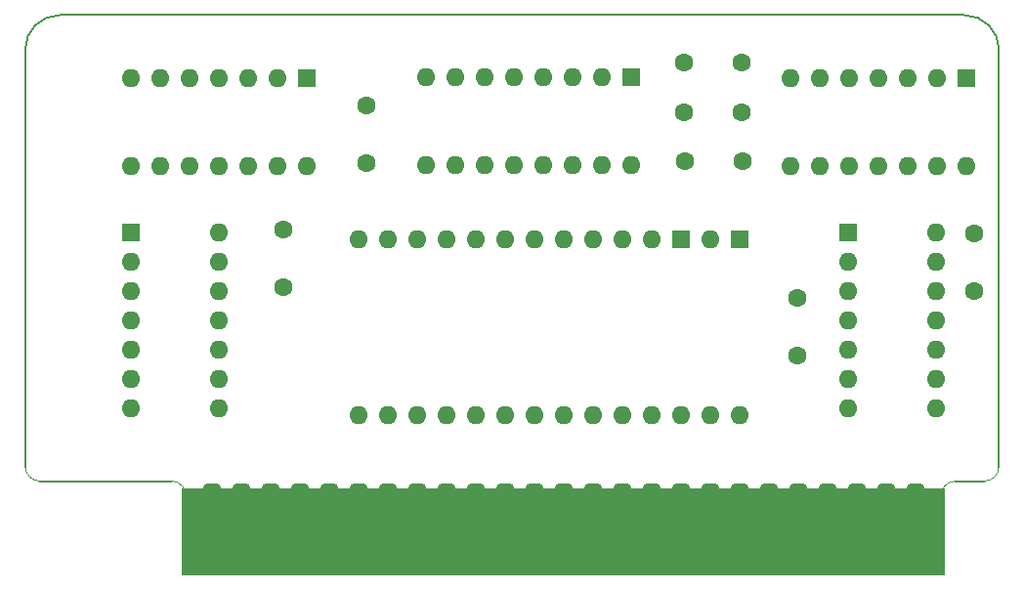
<source format=gts>
G04 #@! TF.GenerationSoftware,KiCad,Pcbnew,(7.0.0-0)*
G04 #@! TF.CreationDate,2024-01-15T01:27:10+09:00*
G04 #@! TF.ProjectId,Grappler_Minus_Keros_alldip_GH,47726170-706c-4657-925f-4d696e75735f,3*
G04 #@! TF.SameCoordinates,Original*
G04 #@! TF.FileFunction,Soldermask,Top*
G04 #@! TF.FilePolarity,Negative*
%FSLAX46Y46*%
G04 Gerber Fmt 4.6, Leading zero omitted, Abs format (unit mm)*
G04 Created by KiCad (PCBNEW (7.0.0-0)) date 2024-01-15 01:27:10*
%MOMM*%
%LPD*%
G01*
G04 APERTURE LIST*
G04 Aperture macros list*
%AMRoundRect*
0 Rectangle with rounded corners*
0 $1 Rounding radius*
0 $2 $3 $4 $5 $6 $7 $8 $9 X,Y pos of 4 corners*
0 Add a 4 corners polygon primitive as box body*
4,1,4,$2,$3,$4,$5,$6,$7,$8,$9,$2,$3,0*
0 Add four circle primitives for the rounded corners*
1,1,$1+$1,$2,$3*
1,1,$1+$1,$4,$5*
1,1,$1+$1,$6,$7*
1,1,$1+$1,$8,$9*
0 Add four rect primitives between the rounded corners*
20,1,$1+$1,$2,$3,$4,$5,0*
20,1,$1+$1,$4,$5,$6,$7,0*
20,1,$1+$1,$6,$7,$8,$9,0*
20,1,$1+$1,$8,$9,$2,$3,0*%
G04 Aperture macros list end*
%ADD10C,0.050000*%
%ADD11R,1.600000X1.600000*%
%ADD12O,1.600000X1.600000*%
%ADD13C,1.600000*%
%ADD14RoundRect,0.381000X0.381000X3.175000X-0.381000X3.175000X-0.381000X-3.175000X0.381000X-3.175000X0*%
G04 #@! TA.AperFunction,Profile*
%ADD15C,0.100000*%
G04 #@! TD*
G04 #@! TA.AperFunction,Profile*
%ADD16C,0.150000*%
G04 #@! TD*
G04 APERTURE END LIST*
D10*
X135835000Y-133965000D02*
X201855000Y-133965000D01*
X201855000Y-133965000D02*
X201855000Y-141458000D01*
X201855000Y-141458000D02*
X135835000Y-141458000D01*
X135835000Y-141458000D02*
X135835000Y-133965000D01*
G36*
X135835000Y-133965000D02*
G01*
X201855000Y-133965000D01*
X201855000Y-141458000D01*
X135835000Y-141458000D01*
X135835000Y-133965000D01*
G37*
D11*
X203834999Y-98424999D03*
D12*
X201294999Y-98424999D03*
X198754999Y-98424999D03*
X196214999Y-98424999D03*
X193674999Y-98424999D03*
X191134999Y-98424999D03*
X188594999Y-98424999D03*
X188594999Y-106044999D03*
X191134999Y-106044999D03*
X193674999Y-106044999D03*
X196214999Y-106044999D03*
X198754999Y-106044999D03*
X201294999Y-106044999D03*
X203834999Y-106044999D03*
D11*
X174751999Y-98297999D03*
D12*
X172211999Y-98297999D03*
X169671999Y-98297999D03*
X167131999Y-98297999D03*
X164591999Y-98297999D03*
X162051999Y-98297999D03*
X159511999Y-98297999D03*
X156971999Y-98297999D03*
X156971999Y-105917999D03*
X159511999Y-105917999D03*
X162051999Y-105917999D03*
X164591999Y-105917999D03*
X167131999Y-105917999D03*
X169671999Y-105917999D03*
X172211999Y-105917999D03*
X174751999Y-105917999D03*
D13*
X179330000Y-97030000D03*
X184330000Y-97030000D03*
D11*
X193547999Y-111759999D03*
D12*
X193547999Y-114299999D03*
X193547999Y-116839999D03*
X193547999Y-119379999D03*
X193547999Y-121919999D03*
X193547999Y-124459999D03*
X193547999Y-126999999D03*
X201167999Y-126999999D03*
X201167999Y-124459999D03*
X201167999Y-121919999D03*
X201167999Y-119379999D03*
X201167999Y-116839999D03*
X201167999Y-114299999D03*
X201167999Y-111759999D03*
D11*
X184149999Y-112394999D03*
D12*
X181609999Y-112394999D03*
X179069999Y-112394999D03*
X176529999Y-112394999D03*
X173989999Y-112394999D03*
X171449999Y-112394999D03*
X168909999Y-112394999D03*
X166369999Y-112394999D03*
X163829999Y-112394999D03*
X161289999Y-112394999D03*
X158749999Y-112394999D03*
X156209999Y-112394999D03*
X153669999Y-112394999D03*
X151129999Y-112394999D03*
X151129999Y-127634999D03*
X153669999Y-127634999D03*
X156209999Y-127634999D03*
X158749999Y-127634999D03*
X161289999Y-127634999D03*
X163829999Y-127634999D03*
X166369999Y-127634999D03*
X168909999Y-127634999D03*
X171449999Y-127634999D03*
X173989999Y-127634999D03*
X176529999Y-127634999D03*
X179069999Y-127634999D03*
X181609999Y-127634999D03*
X184149999Y-127634999D03*
D13*
X151870000Y-100760000D03*
X151870000Y-105760000D03*
X179350000Y-101370000D03*
X184350000Y-101370000D03*
D11*
X179069999Y-112394999D03*
D12*
X176529999Y-112394999D03*
X173989999Y-112394999D03*
X171449999Y-112394999D03*
X168909999Y-112394999D03*
X166369999Y-112394999D03*
X163829999Y-112394999D03*
X161289999Y-112394999D03*
X158749999Y-112394999D03*
X156209999Y-112394999D03*
X153669999Y-112394999D03*
X151129999Y-112394999D03*
X151129999Y-127634999D03*
X153669999Y-127634999D03*
X156209999Y-127634999D03*
X158749999Y-127634999D03*
X161289999Y-127634999D03*
X163829999Y-127634999D03*
X166369999Y-127634999D03*
X168909999Y-127634999D03*
X171449999Y-127634999D03*
X173989999Y-127634999D03*
X176529999Y-127634999D03*
X179069999Y-127634999D03*
D11*
X146684999Y-98424999D03*
D12*
X144144999Y-98424999D03*
X141604999Y-98424999D03*
X139064999Y-98424999D03*
X136524999Y-98424999D03*
X133984999Y-98424999D03*
X131444999Y-98424999D03*
X131444999Y-106044999D03*
X133984999Y-106044999D03*
X136524999Y-106044999D03*
X139064999Y-106044999D03*
X141604999Y-106044999D03*
X144144999Y-106044999D03*
X146684999Y-106044999D03*
D14*
X138420000Y-137140000D03*
X140960000Y-137140000D03*
X143500000Y-137140000D03*
X146040000Y-137140000D03*
X148580000Y-137140000D03*
X151120000Y-137140000D03*
X153660000Y-137140000D03*
X156200000Y-137140000D03*
X158740000Y-137140000D03*
X161280000Y-137140000D03*
X163820000Y-137140000D03*
X166360000Y-137140000D03*
X168900000Y-137140000D03*
X171440000Y-137140000D03*
X173980000Y-137140000D03*
X176520000Y-137140000D03*
X179060000Y-137140000D03*
X181600000Y-137140000D03*
X184140000Y-137140000D03*
X186680000Y-137140000D03*
X189220000Y-137140000D03*
X191760000Y-137140000D03*
X194300000Y-137140000D03*
X196840000Y-137140000D03*
X199380000Y-137140000D03*
D11*
X131444999Y-111759999D03*
D12*
X131444999Y-114299999D03*
X131444999Y-116839999D03*
X131444999Y-119379999D03*
X131444999Y-121919999D03*
X131444999Y-124459999D03*
X131444999Y-126999999D03*
X139064999Y-126999999D03*
X139064999Y-124459999D03*
X139064999Y-121919999D03*
X139064999Y-119379999D03*
X139064999Y-116839999D03*
X139064999Y-114299999D03*
X139064999Y-111759999D03*
D13*
X189210000Y-117460000D03*
X189210000Y-122460000D03*
X179420000Y-105620000D03*
X184420000Y-105620000D03*
X189210000Y-122460000D03*
X204530000Y-116890000D03*
X204530000Y-111890000D03*
X144630000Y-116540000D03*
X144630000Y-111540000D03*
D15*
X202882500Y-133350000D02*
G75*
G03*
X201612500Y-134620000I0J-1270000D01*
G01*
X200977500Y-140970000D02*
X136842500Y-140970000D01*
D16*
X206642000Y-95935000D02*
G75*
G03*
X203662000Y-92955000I-2980000J0D01*
G01*
D15*
X201612500Y-134620000D02*
X201612500Y-140335000D01*
D16*
X122270000Y-132080000D02*
X122270000Y-95930000D01*
D15*
X205368000Y-133355000D02*
G75*
G03*
X206638000Y-132085000I0J1270000D01*
G01*
X136207500Y-134620000D02*
G75*
G03*
X134937500Y-133350000I-1270000J0D01*
G01*
D16*
X134937500Y-133350000D02*
X123540000Y-133350000D01*
X125250000Y-92950000D02*
X203662000Y-92955000D01*
X206638000Y-132085000D02*
X206642000Y-95935000D01*
X125250000Y-92950000D02*
G75*
G03*
X122270000Y-95930000I0J-2980000D01*
G01*
D15*
X122270000Y-132080000D02*
G75*
G03*
X123540000Y-133350000I1270000J0D01*
G01*
D16*
X205368000Y-133355000D02*
X202882500Y-133350000D01*
D15*
X136207500Y-134620000D02*
X136207500Y-140335000D01*
X201612500Y-140335000D02*
X200977500Y-140970000D01*
X136207500Y-140335000D02*
X136842500Y-140970000D01*
M02*

</source>
